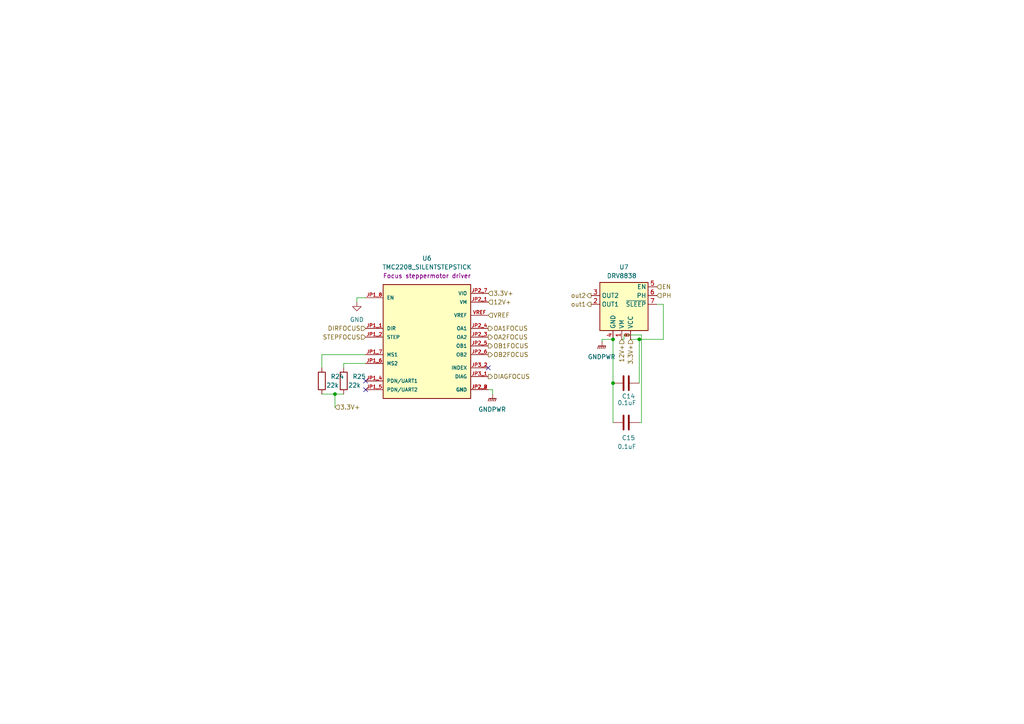
<source format=kicad_sch>
(kicad_sch (version 20211123) (generator eeschema)
  (paper "A4")
  (title_block (title "Water Quality Monitor") (rev "1") (company "HAN") (comment 1 "Casper R. Tak"))
  (lib_symbols
    (symbol "Device:C" (pin_numbers hide) (pin_names (offset 0.254))
      (property "Reference" "C" (at 0.635 2.54 0))
      (property "Value" "C" (at 0.635 -2.54 0))
      (symbol "C_0_1"
        (polyline (pts (xy -2.032 -0.762) (xy 2.032 -0.762)) (stroke (width 0.508)))
        (polyline (pts (xy -2.032 0.762) (xy 2.032 0.762)) (stroke (width 0.508)))
      )
      (symbol "C_1_1"
        (pin passive line (at 0 3.81 270) (length 2.794) (name "~") (number "1"))
        (pin passive line (at 0 -3.81 90) (length 2.794) (name "~") (number "2"))
      )
    )
    (symbol "Device:R" (pin_numbers hide) (pin_names (offset 0))
      (property "Reference" "R" (at 2.032 0 90))
      (property "Value" "R" (at 0 0 90))
      (symbol "R_0_1"
        (rectangle (start -1.016 -2.54) (end 1.016 2.54) (stroke (width 0.254)))
      )
      (symbol "R_1_1"
        (pin passive line (at 0 3.81 270) (length 1.27) (name "~") (number "1"))
        (pin passive line (at 0 -3.81 90) (length 1.27) (name "~") (number "2"))
      )
    )
    (symbol "Driver_Motor:DRV8838"
      (property "Reference" "U?" (at -15.24 6.5788 90))
      (property "Value" "DRV8838" (at -15.24 4.0388 90))
      (symbol "DRV8838_0_1"
        (rectangle (start -7.62 10.16) (end 6.35 -3.81) (stroke (width 0.254)) (fill (type background)))
      )
      (symbol "DRV8838_1_1"
        (pin power_in line (at 0 12.7 270) (length 2.54) (name "VM") (number "1"))
        (pin output line (at 8.89 2.54 180) (length 2.54) (name "OUT1") (number "2"))
        (pin output line (at 8.89 0 180) (length 2.54) (name "OUT2") (number "3"))
        (pin power_in line (at 2.54 12.7 270) (length 2.54) (name "GND") (number "4"))
        (pin input line (at -10.16 -2.54 0) (length 2.54) (name "EN") (number "5"))
        (pin input line (at -10.16 0 0) (length 2.54) (name "PH") (number "6"))
        (pin input line (at -10.16 2.54 0) (length 2.54) (name "~{SLEEP}") (number "7"))
        (pin power_in line (at -2.54 12.7 270) (length 2.54) (name "VCC") (number "8"))
        (pin passive line (at 2.54 12.7 270) (length 2.54) hide (name "GND") (number "9"))
      )
    )
    (symbol "TMC2208_SILENTSTEPSTICK_1" (pin_names (offset 1.016))
      (property "Reference" "U?" (at 0 22.86 0))
      (property "Value" "TMC2208_SILENTSTEPSTICK_1" (at 0 20.32 0))
      (symbol "TMC2208_SILENTSTEPSTICK_1_0_0"
        (rectangle (start -12.7 17.78) (end 12.7 -15.24) (stroke (width 0.254)) (fill (type background)))
        (pin input line (at -17.78 5.08 0) (length 5.08) (name "DIR") (number "JP1_1"))
        (pin input line (at -17.78 2.54 0) (length 5.08) (name "STEP") (number "JP1_2"))
        (pin bidirectional line (at -17.78 -10.16 0) (length 5.08) (name "PDN/UART1") (number "JP1_4"))
        (pin bidirectional line (at -17.78 -12.7 0) (length 5.08) (name "PDN/UART2") (number "JP1_5"))
        (pin input line (at -17.78 -5.08 0) (length 5.08) (name "MS2") (number "JP1_6"))
        (pin input line (at -17.78 -2.54 0) (length 5.08) (name "MS1") (number "JP1_7"))
        (pin input line (at -17.78 13.97 0) (length 5.08) (name "EN") (number "JP1_8"))
        (pin power_in line (at 17.78 12.7 180) (length 5.08) (name "VM") (number "JP2_1"))
        (pin power_in line (at 17.78 -12.7 180) (length 5.08) (name "GND") (number "JP2_2"))
        (pin passive line (at 17.78 2.54 180) (length 5.08) (name "OA2") (number "JP2_3"))
        (pin passive line (at 17.78 5.08 180) (length 5.08) (name "OA1") (number "JP2_4"))
        (pin passive line (at 17.78 0 180) (length 5.08) (name "OB1") (number "JP2_5"))
        (pin passive line (at 17.78 -2.54 180) (length 5.08) (name "OB2") (number "JP2_6"))
        (pin power_in line (at 17.78 15.24 180) (length 5.08) (name "VIO") (number "JP2_7"))
        (pin power_in line (at 17.78 -12.7 180) (length 5.08) (name "GND") (number "JP2_8"))
        (pin output line (at 17.78 -8.89 180) (length 5.08) (name "DIAG") (number "JP3_1"))
        (pin output line (at 17.78 -6.35 180) (length 5.08) (name "INDEX") (number "JP3_2"))
        (pin passive line (at 17.78 8.89 180) (length 5.08) (name "VREF") (number "VREF"))
      )
    )
    (symbol "power:GND" (power) (pin_names (offset 0))
      (property "Value" "GND" (at 0 -3.81 0))
      (symbol "GND_0_1"
        (polyline (pts (xy 0 0) (xy 0 -1.27) (xy 1.27 -1.27) (xy 0 -2.54) (xy -1.27 -1.27) (xy 0 -1.27)))
      )
      (symbol "GND_1_1"
        (pin power_in line (at 0 0 270) (length 0) hide (name "GND") (number "1"))
      )
    )
    (symbol "power:GNDPWR" (power) (pin_names (offset 0))
      (property "Value" "GNDPWR" (at 0 -3.302 0))
      (symbol "GNDPWR_0_1"
        (polyline (pts (xy 0 -1.27) (xy 0 0)))
        (polyline (pts (xy -1.016 -1.27) (xy -1.27 -2.032) (xy -1.27 -2.032)) (stroke (width 0.2032)))
        (polyline (pts (xy -0.508 -1.27) (xy -0.762 -2.032) (xy -0.762 -2.032)) (stroke (width 0.2032)))
        (polyline (pts (xy 0 -1.27) (xy -0.254 -2.032) (xy -0.254 -2.032)) (stroke (width 0.2032)))
        (polyline (pts (xy 0.508 -1.27) (xy 0.254 -2.032) (xy 0.254 -2.032)) (stroke (width 0.2032)))
        (polyline (pts (xy 1.016 -1.27) (xy -1.016 -1.27) (xy -1.016 -1.27)) (stroke (width 0.2032)))
        (polyline (pts (xy 1.016 -1.27) (xy 0.762 -2.032) (xy 0.762 -2.032) (xy 0.762 -2.032)) (stroke (width 0.2032)))
      )
      (symbol "GNDPWR_1_1"
        (pin power_in line (at 0 0 270) (length 0) hide (name "GNDPWR") (number "1"))
      )
    )
  )
  (junction (at 185.42 98.425))
  (junction (at 177.8 111.125))
  (junction (at 97.155 114.3))
  (junction (at 177.8 98.425))
  (no_connect (at 141.605 106.68))
  (no_connect (at 106.045 110.49))
  (no_connect (at 106.045 113.03))
  (wire (pts (xy 192.405 98.425) (xy 192.405 88.265)))
  (wire (pts (xy 192.405 88.265) (xy 190.5 88.265)))
  (wire (pts (xy 182.88 98.425) (xy 185.42 98.425)))
  (wire (pts (xy 185.42 98.425) (xy 185.42 111.125)))
  (wire (pts (xy 106.045 102.87) (xy 93.345 102.87)))
  (wire (pts (xy 186.055 122.555) (xy 185.42 122.555)))
  (wire (pts (xy 174.625 98.425) (xy 177.8 98.425)))
  (wire (pts (xy 142.875 114.3) (xy 142.875 113.03)))
  (wire (pts (xy 93.345 114.3) (xy 97.155 114.3)))
  (wire (pts (xy 106.045 86.36) (xy 103.505 86.36)))
  (wire (pts (xy 174.625 98.425) (xy 174.625 99.06)))
  (wire (pts (xy 180.975 98.425) (xy 180.975 97.155)))
  (wire (pts (xy 106.045 105.41) (xy 99.695 105.41)))
  (wire (pts (xy 103.505 86.36) (xy 103.505 87.63)))
  (wire (pts (xy 97.155 114.3) (xy 99.695 114.3)))
  (wire (pts (xy 177.8 98.425) (xy 177.8 111.125)))
  (wire (pts (xy 99.695 105.41) (xy 99.695 106.68)))
  (wire (pts (xy 186.055 97.155) (xy 186.055 122.555)))
  (wire (pts (xy 93.345 102.87) (xy 93.345 106.68)))
  (wire (pts (xy 180.34 98.425) (xy 180.975 98.425)))
  (wire (pts (xy 185.42 98.425) (xy 192.405 98.425)))
  (wire (pts (xy 180.975 97.155) (xy 186.055 97.155)))
  (wire (pts (xy 142.875 113.03) (xy 141.605 113.03)))
  (wire (pts (xy 177.8 111.125) (xy 177.8 122.555)))
  (wire (pts (xy 97.155 114.3) (xy 97.155 118.11)))
  (hierarchical_label "VREF" (shape input) (at 141.605 91.44 0))
  (hierarchical_label "OA2FOCUS" (shape output) (at 141.605 97.79 0))
  (hierarchical_label "3.3V+" (shape input) (at 97.155 118.11 0))
  (hierarchical_label "OA1FOCUS" (shape output) (at 141.605 95.25 0))
  (hierarchical_label "OB2FOCUS" (shape output) (at 141.605 102.87 0))
  (hierarchical_label "out2" (shape output) (at 171.45 85.725 180))
  (hierarchical_label "12V+" (shape input) (at 180.34 98.425 270))
  (hierarchical_label "3.3V+" (shape input) (at 141.605 85.09 0))
  (hierarchical_label "DIAGFOCUS" (shape output) (at 141.605 109.22 0))
  (hierarchical_label "out1" (shape output) (at 171.45 88.265 180))
  (hierarchical_label "STEPFOCUS" (shape input) (at 106.045 97.79 180))
  (hierarchical_label "OB1FOCUS" (shape output) (at 141.605 100.33 0))
  (hierarchical_label "DIRFOCUS" (shape input) (at 106.045 95.25 180))
  (hierarchical_label "12V+" (shape input) (at 141.605 87.63 0))
  (hierarchical_label "EN" (shape input) (at 190.5 83.185 0))
  (hierarchical_label "PH" (shape input) (at 190.5 85.725 0))
  (hierarchical_label "3.3V+" (shape input) (at 182.88 98.425 270))
  (symbol (lib_id "power:GNDPWR") (at 142.875 114.3 0) (unit 1)
    (property "Reference" "#PWR023" (effects hide))
    (property "Value" "GNDPWR" (at 142.748 118.745 0))
  )
  (symbol (lib_name "TMC2208_SILENTSTEPSTICK_1") (lib_id "TMC2208_SILENTSTEPSTICK:TMC2208_SILENTSTEPSTICK") (at 123.825 100.33 0) (unit 1)
    (property "Reference" "U6" (at 123.825 74.93 0))
    (property "Value" "TMC2208_SILENTSTEPSTICK" (at 123.825 77.47 0))
    (property "Footprint" "Footprints:TMC2208_SILENTSTEPSTICK" (effects hide))
    (property "MANUFACTURER" "Trinamic Motion" (effects hide))
    (property "Purpose" "Focus steppermotor driver" (at 123.825 80.01 0))
  )
  (symbol (lib_id "power:GNDPWR") (at 174.625 99.06 0) (unit 1)
    (property "Reference" "#PWR024" (effects hide))
    (property "Value" "GNDPWR" (at 174.498 103.505 0))
  )
  (symbol (lib_id "Device:C") (at 181.61 122.555 90) (unit 1)
    (property "Reference" "C15" (at 180.34 127 90) (effects (justify right)))
    (property "Value" "0.1uF" (at 179.07 129.54 90) (effects (justify right)))
    (property "Footprint" "Capacitor_SMD:C_1206_3216Metric_Pad1.33x1.80mm_HandSolder" (effects hide))
  )
  (symbol (lib_id "power:GND") (at 103.505 87.63 0) (unit 1)
    (property "Reference" "#PWR0120" (effects hide))
    (property "Value" "GND" (at 103.505 92.71 0))
  )
  (symbol (lib_id "Driver_Motor:DRV8838") (at 180.34 85.725 180) (unit 1)
    (property "Reference" "U7" (at 180.975 77.47 0))
    (property "Value" "DRV8838" (at 180.34 80.01 0))
    (property "Footprint" "Package_SON:WSON-8-1EP_2x2mm_P0.5mm_EP0.9x1.6mm" (effects hide))
    (property "Datasheet" "http://www.ti.com/lit/ds/symlink/drv8837.pdf" (effects hide))
  )
  (symbol (lib_id "Device:C") (at 181.61 111.125 90) (unit 1)
    (property "Reference" "C14" (at 180.34 114.935 90) (effects (justify right)))
    (property "Value" "0.1uF" (at 179.07 116.84 90) (effects (justify right)))
    (property "Footprint" "Capacitor_SMD:C_1206_3216Metric_Pad1.33x1.80mm_HandSolder" (effects hide))
  )
  (symbol (lib_id "Device:R") (at 93.345 110.49 0) (unit 1)
    (property "Reference" "R24" (at 95.885 109.2199 0) (effects (justify left)))
    (property "Value" "22k" (at 94.615 111.76 0) (effects (justify left)))
    (property "Footprint" "Resistor_SMD:R_1206_3216Metric_Pad1.30x1.75mm_HandSolder" (effects hide))
  )
  (symbol (lib_id "Device:R") (at 99.695 110.49 0) (unit 1)
    (property "Reference" "R25" (at 102.235 109.2199 0) (effects (justify left)))
    (property "Value" "22k" (at 100.965 111.76 0) (effects (justify left)))
    (property "Footprint" "Resistor_SMD:R_1206_3216Metric_Pad1.30x1.75mm_HandSolder" (effects hide))
  )
)
</source>
